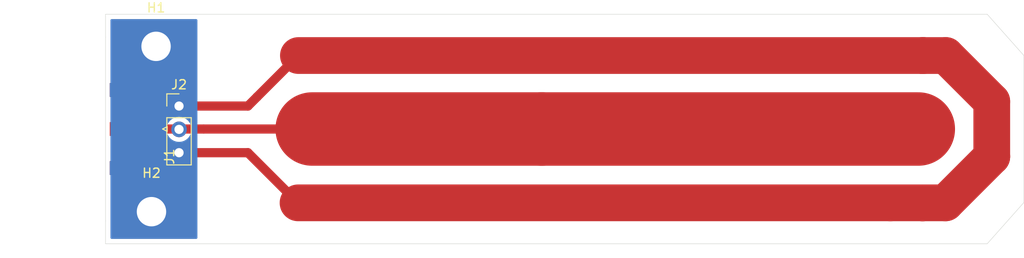
<source format=kicad_pcb>
(kicad_pcb (version 20171130) (host pcbnew "(5.1.4)-1")

  (general
    (thickness 1.6)
    (drawings 10)
    (tracks 26)
    (zones 0)
    (modules 4)
    (nets 3)
  )

  (page A4)
  (title_block
    (title MSense_Coupon_100mm)
    (date 2020-05-21)
    (company DM1CR)
  )

  (layers
    (0 F.Cu signal)
    (31 B.Cu signal)
    (32 B.Adhes user)
    (33 F.Adhes user)
    (34 B.Paste user)
    (35 F.Paste user)
    (36 B.SilkS user)
    (37 F.SilkS user)
    (38 B.Mask user)
    (39 F.Mask user)
    (40 Dwgs.User user)
    (41 Cmts.User user)
    (42 Eco1.User user)
    (43 Eco2.User user)
    (44 Edge.Cuts user)
    (45 Margin user)
    (46 B.CrtYd user)
    (47 F.CrtYd user)
    (48 B.Fab user)
    (49 F.Fab user)
  )

  (setup
    (last_trace_width 0.5)
    (user_trace_width 0.5)
    (user_trace_width 4)
    (user_trace_width 8)
    (trace_clearance 0.2)
    (zone_clearance 0.508)
    (zone_45_only no)
    (trace_min 0.2)
    (via_size 0.8)
    (via_drill 0.4)
    (via_min_size 0.4)
    (via_min_drill 0.3)
    (user_via 0.4 0.3)
    (uvia_size 0.3)
    (uvia_drill 0.1)
    (uvias_allowed no)
    (uvia_min_size 0.2)
    (uvia_min_drill 0.1)
    (edge_width 0.05)
    (segment_width 0.2)
    (pcb_text_width 0.3)
    (pcb_text_size 1.5 1.5)
    (mod_edge_width 0.12)
    (mod_text_size 1 1)
    (mod_text_width 0.15)
    (pad_size 3.2 3.2)
    (pad_drill 3.2)
    (pad_to_mask_clearance 0.051)
    (solder_mask_min_width 0.25)
    (aux_axis_origin 192.5 90)
    (visible_elements 7FFFFFFF)
    (pcbplotparams
      (layerselection 0x010fc_ffffffff)
      (usegerberextensions false)
      (usegerberattributes false)
      (usegerberadvancedattributes false)
      (creategerberjobfile false)
      (excludeedgelayer true)
      (linewidth 0.100000)
      (plotframeref false)
      (viasonmask false)
      (mode 1)
      (useauxorigin false)
      (hpglpennumber 1)
      (hpglpenspeed 20)
      (hpglpendiameter 15.000000)
      (psnegative false)
      (psa4output false)
      (plotreference true)
      (plotvalue true)
      (plotinvisibletext false)
      (padsonsilk false)
      (subtractmaskfromsilk false)
      (outputformat 1)
      (mirror false)
      (drillshape 0)
      (scaleselection 1)
      (outputdirectory "output/"))
  )

  (net 0 "")
  (net 1 /sense)
  (net 2 /GND)

  (net_class Default "Dies ist die voreingestellte Netzklasse."
    (clearance 0.2)
    (trace_width 0.25)
    (via_dia 0.8)
    (via_drill 0.4)
    (uvia_dia 0.3)
    (uvia_drill 0.1)
    (add_net /GND)
    (add_net /sense)
  )

  (module Connector_Coaxial:SMA_Amphenol_132289_EdgeMount (layer F.Cu) (tedit 5A1C1810) (tstamp 5EC624B9)
    (at 95.5 90 180)
    (descr http://www.amphenolrf.com/132289.html)
    (tags SMA)
    (path /5EC36183)
    (attr smd)
    (fp_text reference J1 (at -3.96 -3 90) (layer F.SilkS)
      (effects (font (size 1 1) (thickness 0.15)))
    )
    (fp_text value Conn_Coaxial (at 5 6) (layer F.Fab)
      (effects (font (size 1 1) (thickness 0.15)))
    )
    (fp_line (start -1.91 5.08) (end 4.445 5.08) (layer F.Fab) (width 0.1))
    (fp_line (start -1.91 3.81) (end -1.91 5.08) (layer F.Fab) (width 0.1))
    (fp_line (start 2.54 3.81) (end -1.91 3.81) (layer F.Fab) (width 0.1))
    (fp_line (start 2.54 -3.81) (end 2.54 3.81) (layer F.Fab) (width 0.1))
    (fp_line (start -1.91 -3.81) (end 2.54 -3.81) (layer F.Fab) (width 0.1))
    (fp_line (start -1.91 -5.08) (end -1.91 -3.81) (layer F.Fab) (width 0.1))
    (fp_line (start -1.91 -5.08) (end 4.445 -5.08) (layer F.Fab) (width 0.1))
    (fp_line (start 4.445 -3.81) (end 4.445 -5.08) (layer F.Fab) (width 0.1))
    (fp_line (start 4.445 5.08) (end 4.445 3.81) (layer F.Fab) (width 0.1))
    (fp_line (start 13.97 3.81) (end 4.445 3.81) (layer F.Fab) (width 0.1))
    (fp_line (start 13.97 -3.81) (end 13.97 3.81) (layer F.Fab) (width 0.1))
    (fp_line (start 4.445 -3.81) (end 13.97 -3.81) (layer F.Fab) (width 0.1))
    (fp_line (start -3.04 5.58) (end -3.04 -5.58) (layer B.CrtYd) (width 0.05))
    (fp_line (start 14.47 5.58) (end -3.04 5.58) (layer B.CrtYd) (width 0.05))
    (fp_line (start 14.47 -5.58) (end 14.47 5.58) (layer B.CrtYd) (width 0.05))
    (fp_line (start 14.47 -5.58) (end -3.04 -5.58) (layer B.CrtYd) (width 0.05))
    (fp_line (start -3.04 5.58) (end -3.04 -5.58) (layer F.CrtYd) (width 0.05))
    (fp_line (start 14.47 5.58) (end -3.04 5.58) (layer F.CrtYd) (width 0.05))
    (fp_line (start 14.47 -5.58) (end 14.47 5.58) (layer F.CrtYd) (width 0.05))
    (fp_line (start 14.47 -5.58) (end -3.04 -5.58) (layer F.CrtYd) (width 0.05))
    (fp_text user %R (at 4.79 0 270) (layer F.Fab)
      (effects (font (size 1 1) (thickness 0.15)))
    )
    (fp_line (start 2.54 -0.75) (end 3.54 0) (layer F.Fab) (width 0.1))
    (fp_line (start 3.54 0) (end 2.54 0.75) (layer F.Fab) (width 0.1))
    (fp_line (start -3.21 0) (end -3.71 -0.25) (layer F.SilkS) (width 0.12))
    (fp_line (start -3.71 -0.25) (end -3.71 0.25) (layer F.SilkS) (width 0.12))
    (fp_line (start -3.71 0.25) (end -3.21 0) (layer F.SilkS) (width 0.12))
    (pad 1 smd rect (at 0 0 270) (size 1.5 5.08) (layers F.Cu F.Paste F.Mask)
      (net 1 /sense))
    (pad 2 smd rect (at 0 -4.25 270) (size 1.5 5.08) (layers F.Cu F.Paste F.Mask)
      (net 2 /GND))
    (pad 2 smd rect (at 0 4.25 270) (size 1.5 5.08) (layers F.Cu F.Paste F.Mask)
      (net 2 /GND))
    (pad 2 smd rect (at 0 -4.25 270) (size 1.5 5.08) (layers B.Cu B.Paste B.Mask)
      (net 2 /GND))
    (pad 2 smd rect (at 0 4.25 270) (size 1.5 5.08) (layers B.Cu B.Paste B.Mask)
      (net 2 /GND))
    (model ${KISYS3DMOD}/Connector_Coaxial.3dshapes/SMA_Amphenol_132289_EdgeMount.wrl
      (at (xyz 0 0 0))
      (scale (xyz 1 1 1))
      (rotate (xyz 0 0 0))
    )
  )

  (module MountingHole:MountingHole_3.2mm_M3 (layer F.Cu) (tedit 5EC63AA9) (tstamp 5EC6272E)
    (at 97.5 99)
    (descr "Mounting Hole 3.2mm, no annular, M3")
    (tags "mounting hole 3.2mm no annular m3")
    (path /5EC3711B)
    (attr virtual)
    (fp_text reference H2 (at 0 -4.2) (layer F.SilkS)
      (effects (font (size 1 1) (thickness 0.15)))
    )
    (fp_text value MountingHole (at 0 4.2) (layer F.Fab)
      (effects (font (size 1 1) (thickness 0.15)))
    )
    (fp_circle (center 0 0) (end 3.45 0) (layer F.CrtYd) (width 0.05))
    (fp_circle (center 0 0) (end 3.2 0) (layer Cmts.User) (width 0.15))
    (fp_text user %R (at 0.3 0) (layer F.Fab)
      (effects (font (size 1 1) (thickness 0.15)))
    )
    (pad 1 thru_hole circle (at 0 0) (size 3.2 3.2) (drill 3.2) (layers *.Cu *.Mask)
      (net 2 /GND))
  )

  (module MountingHole:MountingHole_3.2mm_M3 (layer F.Cu) (tedit 5EC63AB6) (tstamp 5EC6248E)
    (at 98 81)
    (descr "Mounting Hole 3.2mm, no annular, M3")
    (tags "mounting hole 3.2mm no annular m3")
    (path /5EC372F7)
    (attr virtual)
    (fp_text reference H1 (at 0 -4.2) (layer F.SilkS)
      (effects (font (size 1 1) (thickness 0.15)))
    )
    (fp_text value MountingHole (at 0 4.2) (layer F.Fab)
      (effects (font (size 1 1) (thickness 0.15)))
    )
    (fp_circle (center 0 0) (end 3.45 0) (layer F.CrtYd) (width 0.05))
    (fp_circle (center 0 0) (end 3.2 0) (layer Cmts.User) (width 0.15))
    (fp_text user %R (at 0.3 0) (layer F.Fab)
      (effects (font (size 1 1) (thickness 0.15)))
    )
    (pad 1 thru_hole circle (at 0 0) (size 3.2 3.2) (drill 3.2) (layers *.Cu *.Mask)
      (net 2 /GND))
  )

  (module Connector_PinHeader_2.54mm:PinHeader_1x03_P2.54mm_Vertical (layer F.Cu) (tedit 59FED5CC) (tstamp 5EC62A59)
    (at 100.5 87.5)
    (descr "Through hole straight pin header, 1x03, 2.54mm pitch, single row")
    (tags "Through hole pin header THT 1x03 2.54mm single row")
    (path /5EC62BB6)
    (fp_text reference J2 (at 0 -2.33) (layer F.SilkS)
      (effects (font (size 1 1) (thickness 0.15)))
    )
    (fp_text value Conn_01x03_Male (at 0 7.41) (layer F.Fab)
      (effects (font (size 1 1) (thickness 0.15)))
    )
    (fp_line (start -0.635 -1.27) (end 1.27 -1.27) (layer F.Fab) (width 0.1))
    (fp_line (start 1.27 -1.27) (end 1.27 6.35) (layer F.Fab) (width 0.1))
    (fp_line (start 1.27 6.35) (end -1.27 6.35) (layer F.Fab) (width 0.1))
    (fp_line (start -1.27 6.35) (end -1.27 -0.635) (layer F.Fab) (width 0.1))
    (fp_line (start -1.27 -0.635) (end -0.635 -1.27) (layer F.Fab) (width 0.1))
    (fp_line (start -1.33 6.41) (end 1.33 6.41) (layer F.SilkS) (width 0.12))
    (fp_line (start -1.33 1.27) (end -1.33 6.41) (layer F.SilkS) (width 0.12))
    (fp_line (start 1.33 1.27) (end 1.33 6.41) (layer F.SilkS) (width 0.12))
    (fp_line (start -1.33 1.27) (end 1.33 1.27) (layer F.SilkS) (width 0.12))
    (fp_line (start -1.33 0) (end -1.33 -1.33) (layer F.SilkS) (width 0.12))
    (fp_line (start -1.33 -1.33) (end 0 -1.33) (layer F.SilkS) (width 0.12))
    (fp_line (start -1.8 -1.8) (end -1.8 6.85) (layer F.CrtYd) (width 0.05))
    (fp_line (start -1.8 6.85) (end 1.8 6.85) (layer F.CrtYd) (width 0.05))
    (fp_line (start 1.8 6.85) (end 1.8 -1.8) (layer F.CrtYd) (width 0.05))
    (fp_line (start 1.8 -1.8) (end -1.8 -1.8) (layer F.CrtYd) (width 0.05))
    (fp_text user %R (at 0 2.54 90) (layer F.Fab)
      (effects (font (size 1 1) (thickness 0.15)))
    )
    (pad 1 thru_hole rect (at 0 0) (size 1.7 1.7) (drill 1) (layers *.Cu *.Mask)
      (net 2 /GND))
    (pad 2 thru_hole oval (at 0 2.54) (size 1.7 1.7) (drill 1) (layers *.Cu *.Mask)
      (net 1 /sense))
    (pad 3 thru_hole oval (at 0 5.08) (size 1.7 1.7) (drill 1) (layers *.Cu *.Mask)
      (net 2 /GND))
    (model ${KISYS3DMOD}/Connector_PinHeader_2.54mm.3dshapes/PinHeader_1x03_P2.54mm_Vertical.wrl
      (at (xyz 0 0 0))
      (scale (xyz 1 1 1))
      (rotate (xyz 0 0 0))
    )
  )

  (gr_line (start 192.5 82) (end 188.5 77.5) (layer Edge.Cuts) (width 0.05) (tstamp 5EC64067))
  (gr_line (start 192.5 98) (end 188.5 102.5) (layer Edge.Cuts) (width 0.05) (tstamp 5EC64066))
  (gr_line (start 100 102.5) (end 92.5 102.5) (layer Edge.Cuts) (width 0.05) (tstamp 5EC64065))
  (gr_line (start 100 77.5) (end 92.5 77.5) (layer Edge.Cuts) (width 0.05) (tstamp 5EC64064))
  (gr_line (start 192.5 98) (end 192.5 82) (layer Edge.Cuts) (width 0.05))
  (gr_line (start 100 77.5) (end 188.5 77.5) (layer Edge.Cuts) (width 0.05))
  (gr_line (start 92.5 80) (end 92.5 77.5) (layer Edge.Cuts) (width 0.05))
  (gr_line (start 100 102.5) (end 188.5 102.5) (layer Edge.Cuts) (width 0.05))
  (gr_line (start 92.5 100) (end 92.5 102.5) (layer Edge.Cuts) (width 0.05))
  (gr_line (start 92.5 100) (end 92.5 80) (layer Edge.Cuts) (width 0.05) (tstamp 5EC625C5))

  (segment (start 140 90) (end 115 90) (width 8) (layer F.Cu) (net 1))
  (segment (start 181 90) (end 140 90) (width 8) (layer F.Cu) (net 1))
  (segment (start 103.17499 90) (end 95.5 90) (width 1) (layer F.Cu) (net 1))
  (segment (start 115 90) (end 103.17499 90) (width 1) (layer F.Cu) (net 1))
  (segment (start 98.83 94.25) (end 100.5 92.58) (width 1) (layer F.Cu) (net 2))
  (segment (start 95.5 94.25) (end 98.83 94.25) (width 1) (layer F.Cu) (net 2))
  (segment (start 99 86) (end 100.5 87.5) (width 1) (layer F.Cu) (net 2))
  (segment (start 95.5 85.75) (end 98.75 85.75) (width 1) (layer F.Cu) (net 2))
  (segment (start 98.75 85.75) (end 99 86) (width 1) (layer F.Cu) (net 2))
  (segment (start 108 92.58) (end 113.46 98.04) (width 1) (layer F.Cu) (net 2))
  (segment (start 109 86.5) (end 113.5 82) (width 1) (layer F.Cu) (net 2))
  (segment (start 113.5 82) (end 113.5 82) (width 0.25) (layer F.Cu) (net 2) (tstamp 5EC63EAE))
  (segment (start 113.5 82) (end 181.5 82) (width 4) (layer F.Cu) (net 2))
  (segment (start 181.5 82) (end 181.5 82) (width 4) (layer F.Cu) (net 2) (tstamp 5EC63EFD))
  (segment (start 113.46 98.04) (end 177.96 98.04) (width 4) (layer F.Cu) (net 2))
  (segment (start 177.96 98.04) (end 181.46 98.04) (width 4) (layer F.Cu) (net 2))
  (segment (start 181.46 98.04) (end 181.46 98.04) (width 4) (layer F.Cu) (net 2) (tstamp 5EC63F41))
  (segment (start 181.46 98.04) (end 183.96 98.04) (width 4) (layer F.Cu) (net 2))
  (segment (start 183.96 98.04) (end 189 93) (width 4) (layer F.Cu) (net 2))
  (segment (start 189 93) (end 189 93) (width 4) (layer F.Cu) (net 2) (tstamp 5EC63F59))
  (segment (start 181.5 82) (end 184 82) (width 4) (layer F.Cu) (net 2))
  (segment (start 184 82) (end 189 87) (width 4) (layer F.Cu) (net 2))
  (segment (start 189 87) (end 189 93) (width 4) (layer F.Cu) (net 2))
  (segment (start 100.5 92.58) (end 108 92.58) (width 1) (layer F.Cu) (net 2))
  (segment (start 100.5 87.5) (end 108 87.5) (width 1) (layer F.Cu) (net 2))
  (segment (start 108 87.5) (end 109 86.5) (width 1) (layer F.Cu) (net 2))

  (zone (net 2) (net_name /GND) (layer B.Cu) (tstamp 5EC641D5) (hatch edge 0.508)
    (connect_pads yes (clearance 0.508))
    (min_thickness 0.254)
    (fill yes (arc_segments 32) (thermal_gap 0.508) (thermal_bridge_width 0.508))
    (polygon
      (pts
        (xy 93 78) (xy 102.5 78) (xy 102.5 102) (xy 93 102)
      )
    )
    (filled_polygon
      (pts
        (xy 102.373 101.84) (xy 93.16 101.84) (xy 93.16 90.04) (xy 99.007815 90.04) (xy 99.036487 90.331111)
        (xy 99.121401 90.611034) (xy 99.259294 90.869014) (xy 99.444866 91.095134) (xy 99.670986 91.280706) (xy 99.928966 91.418599)
        (xy 100.208889 91.503513) (xy 100.42705 91.525) (xy 100.57295 91.525) (xy 100.791111 91.503513) (xy 101.071034 91.418599)
        (xy 101.329014 91.280706) (xy 101.555134 91.095134) (xy 101.740706 90.869014) (xy 101.878599 90.611034) (xy 101.963513 90.331111)
        (xy 101.992185 90.04) (xy 101.963513 89.748889) (xy 101.878599 89.468966) (xy 101.740706 89.210986) (xy 101.555134 88.984866)
        (xy 101.329014 88.799294) (xy 101.071034 88.661401) (xy 100.791111 88.576487) (xy 100.57295 88.555) (xy 100.42705 88.555)
        (xy 100.208889 88.576487) (xy 99.928966 88.661401) (xy 99.670986 88.799294) (xy 99.444866 88.984866) (xy 99.259294 89.210986)
        (xy 99.121401 89.468966) (xy 99.036487 89.748889) (xy 99.007815 90.04) (xy 93.16 90.04) (xy 93.16 78.16)
        (xy 102.373 78.16)
      )
    )
  )
)

</source>
